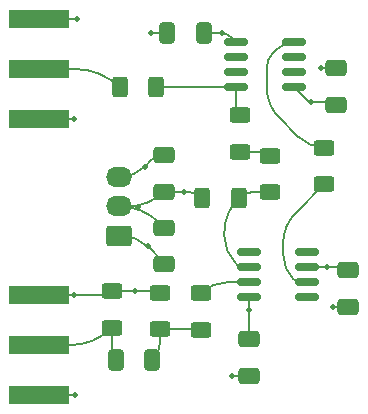
<source format=gtl>
%TF.GenerationSoftware,KiCad,Pcbnew,6.0.2-378541a8eb~116~ubuntu20.04.1*%
%TF.CreationDate,2022-03-10T11:15:54-06:00*%
%TF.ProjectId,lna_sma_10x,6c6e615f-736d-4615-9f31-30782e6b6963,1.0*%
%TF.SameCoordinates,Original*%
%TF.FileFunction,Copper,L1,Top*%
%TF.FilePolarity,Positive*%
%FSLAX46Y46*%
G04 Gerber Fmt 4.6, Leading zero omitted, Abs format (unit mm)*
G04 Created by KiCad (PCBNEW 6.0.2-378541a8eb~116~ubuntu20.04.1) date 2022-03-10 11:15:54*
%MOMM*%
%LPD*%
G01*
G04 APERTURE LIST*
G04 Aperture macros list*
%AMRoundRect*
0 Rectangle with rounded corners*
0 $1 Rounding radius*
0 $2 $3 $4 $5 $6 $7 $8 $9 X,Y pos of 4 corners*
0 Add a 4 corners polygon primitive as box body*
4,1,4,$2,$3,$4,$5,$6,$7,$8,$9,$2,$3,0*
0 Add four circle primitives for the rounded corners*
1,1,$1+$1,$2,$3*
1,1,$1+$1,$4,$5*
1,1,$1+$1,$6,$7*
1,1,$1+$1,$8,$9*
0 Add four rect primitives between the rounded corners*
20,1,$1+$1,$2,$3,$4,$5,0*
20,1,$1+$1,$4,$5,$6,$7,0*
20,1,$1+$1,$6,$7,$8,$9,0*
20,1,$1+$1,$8,$9,$2,$3,0*%
G04 Aperture macros list end*
%TA.AperFunction,SMDPad,CuDef*%
%ADD10RoundRect,0.150000X0.825000X0.150000X-0.825000X0.150000X-0.825000X-0.150000X0.825000X-0.150000X0*%
%TD*%
%TA.AperFunction,SMDPad,CuDef*%
%ADD11RoundRect,0.150000X-0.825000X-0.150000X0.825000X-0.150000X0.825000X0.150000X-0.825000X0.150000X0*%
%TD*%
%TA.AperFunction,SMDPad,CuDef*%
%ADD12RoundRect,0.250000X0.400000X0.625000X-0.400000X0.625000X-0.400000X-0.625000X0.400000X-0.625000X0*%
%TD*%
%TA.AperFunction,SMDPad,CuDef*%
%ADD13RoundRect,0.250000X0.625000X-0.400000X0.625000X0.400000X-0.625000X0.400000X-0.625000X-0.400000X0*%
%TD*%
%TA.AperFunction,SMDPad,CuDef*%
%ADD14RoundRect,0.250000X-0.400000X-0.625000X0.400000X-0.625000X0.400000X0.625000X-0.400000X0.625000X0*%
%TD*%
%TA.AperFunction,SMDPad,CuDef*%
%ADD15R,5.080000X1.500000*%
%TD*%
%TA.AperFunction,ComponentPad*%
%ADD16RoundRect,0.250000X0.850000X0.600000X-0.850000X0.600000X-0.850000X-0.600000X0.850000X-0.600000X0*%
%TD*%
%TA.AperFunction,ComponentPad*%
%ADD17O,2.200000X1.700000*%
%TD*%
%TA.AperFunction,SMDPad,CuDef*%
%ADD18RoundRect,0.250000X0.650000X-0.412500X0.650000X0.412500X-0.650000X0.412500X-0.650000X-0.412500X0*%
%TD*%
%TA.AperFunction,SMDPad,CuDef*%
%ADD19RoundRect,0.250000X-0.650000X0.412500X-0.650000X-0.412500X0.650000X-0.412500X0.650000X0.412500X0*%
%TD*%
%TA.AperFunction,SMDPad,CuDef*%
%ADD20RoundRect,0.250000X0.412500X0.650000X-0.412500X0.650000X-0.412500X-0.650000X0.412500X-0.650000X0*%
%TD*%
%TA.AperFunction,SMDPad,CuDef*%
%ADD21RoundRect,0.250000X-0.412500X-0.650000X0.412500X-0.650000X0.412500X0.650000X-0.412500X0.650000X0*%
%TD*%
%TA.AperFunction,ViaPad*%
%ADD22C,0.508000*%
%TD*%
%TA.AperFunction,Conductor*%
%ADD23C,0.203200*%
%TD*%
G04 APERTURE END LIST*
D10*
%TO.P,U2,1,V+*%
%TO.N,+5V*%
X124675000Y-59630000D03*
%TO.P,U2,2,NC*%
%TO.N,unconnected-(U2-Pad2)*%
X124675000Y-58360000D03*
%TO.P,U2,3,NC*%
%TO.N,unconnected-(U2-Pad3)*%
X124675000Y-57090000D03*
%TO.P,U2,4,IN*%
%TO.N,/buf_in*%
X124675000Y-55820000D03*
%TO.P,U2,5,V-*%
%TO.N,-5V*%
X119725000Y-55820000D03*
%TO.P,U2,6,VREF*%
%TO.N,unconnected-(U2-Pad6)*%
X119725000Y-57090000D03*
%TO.P,U2,7,NC*%
%TO.N,unconnected-(U2-Pad7)*%
X119725000Y-58360000D03*
%TO.P,U2,8*%
%TO.N,/buf_out*%
X119725000Y-59630000D03*
%TD*%
D11*
%TO.P,U1,1,NC*%
%TO.N,unconnected-(U1-Pad1)*%
X120825000Y-73620000D03*
%TO.P,U1,2,-in*%
%TO.N,/fb_in*%
X120825000Y-74890000D03*
%TO.P,U1,3,+in*%
%TO.N,/amp_in*%
X120825000Y-76160000D03*
%TO.P,U1,4,V-*%
%TO.N,-5V*%
X120825000Y-77430000D03*
%TO.P,U1,5,NC*%
%TO.N,unconnected-(U1-Pad5)*%
X125775000Y-77430000D03*
%TO.P,U1,6,Out*%
%TO.N,/amp_out*%
X125775000Y-76160000D03*
%TO.P,U1,7,V+*%
%TO.N,+5V*%
X125775000Y-74890000D03*
%TO.P,U1,8,NC*%
%TO.N,unconnected-(U1-Pad8)*%
X125775000Y-73620000D03*
%TD*%
D12*
%TO.P,R8,1*%
%TO.N,/buf_out*%
X112975000Y-59650000D03*
%TO.P,R8,2*%
%TO.N,/sig_out*%
X109875000Y-59650000D03*
%TD*%
D13*
%TO.P,R7,1*%
%TO.N,/R5toR7*%
X120100000Y-65100000D03*
%TO.P,R7,2*%
%TO.N,/buf_out*%
X120100000Y-62000000D03*
%TD*%
%TO.P,R6,1*%
%TO.N,/amp_out*%
X127225000Y-67850000D03*
%TO.P,R6,2*%
%TO.N,/buf_in*%
X127225000Y-64750000D03*
%TD*%
%TO.P,R5,1*%
%TO.N,/fb_in*%
X122600000Y-68525000D03*
%TO.P,R5,2*%
%TO.N,/R5toR7*%
X122600000Y-65425000D03*
%TD*%
D14*
%TO.P,R4,1*%
%TO.N,GND*%
X116875000Y-69000000D03*
%TO.P,R4,2*%
%TO.N,/fb_in*%
X119975000Y-69000000D03*
%TD*%
D13*
%TO.P,R3,1*%
%TO.N,/sig_in_ac*%
X116775000Y-80175000D03*
%TO.P,R3,2*%
%TO.N,/amp_in*%
X116775000Y-77075000D03*
%TD*%
%TO.P,R2,1*%
%TO.N,/sig_in_ac*%
X113325000Y-80125000D03*
%TO.P,R2,2*%
%TO.N,GND*%
X113325000Y-77025000D03*
%TD*%
%TO.P,R1,2*%
%TO.N,GND*%
X109200000Y-76925000D03*
%TO.P,R1,1*%
%TO.N,/sig_in*%
X109200000Y-80025000D03*
%TD*%
D15*
%TO.P,J3,1,In*%
%TO.N,/sig_out*%
X103037500Y-58100000D03*
%TO.P,J3,2,Ext*%
%TO.N,GND*%
X103037500Y-53850000D03*
X103037500Y-62350000D03*
%TD*%
D16*
%TO.P,J2,1,Pin_1*%
%TO.N,+5V*%
X109865000Y-72225000D03*
D17*
%TO.P,J2,2,Pin_2*%
%TO.N,GND*%
X109865000Y-69725000D03*
%TO.P,J2,3,Pin_3*%
%TO.N,-5V*%
X109865000Y-67225000D03*
%TD*%
D15*
%TO.P,J1,1,In*%
%TO.N,/sig_in*%
X103037488Y-81474996D03*
%TO.P,J1,2,Ext*%
%TO.N,GND*%
X103037488Y-77224996D03*
X103037488Y-85724996D03*
%TD*%
D18*
%TO.P,C7,2*%
%TO.N,+5V*%
X129250000Y-75137500D03*
%TO.P,C7,1*%
%TO.N,GND*%
X129250000Y-78262500D03*
%TD*%
D19*
%TO.P,C6,2*%
%TO.N,+5V*%
X128225000Y-61162500D03*
%TO.P,C6,1*%
%TO.N,GND*%
X128225000Y-58037500D03*
%TD*%
%TO.P,C5,1*%
%TO.N,GND*%
X113650000Y-71525000D03*
%TO.P,C5,2*%
%TO.N,+5V*%
X113650000Y-74650000D03*
%TD*%
%TO.P,C4,1*%
%TO.N,-5V*%
X120850000Y-80987500D03*
%TO.P,C4,2*%
%TO.N,GND*%
X120850000Y-84112500D03*
%TD*%
D20*
%TO.P,C3,1*%
%TO.N,-5V*%
X117037500Y-55075000D03*
%TO.P,C3,2*%
%TO.N,GND*%
X113912500Y-55075000D03*
%TD*%
D21*
%TO.P,C2,1*%
%TO.N,/sig_in*%
X109537500Y-82700000D03*
%TO.P,C2,2*%
%TO.N,/sig_in_ac*%
X112662500Y-82700000D03*
%TD*%
D19*
%TO.P,C1,2*%
%TO.N,GND*%
X113600000Y-68500000D03*
%TO.P,C1,1*%
%TO.N,-5V*%
X113600000Y-65375000D03*
%TD*%
D22*
%TO.N,GND*%
X115375000Y-68500000D03*
%TO.N,+5V*%
X112250000Y-73125000D03*
%TO.N,-5V*%
X112000000Y-66375000D03*
X120850000Y-78525000D03*
%TO.N,GND*%
X111425000Y-69825000D03*
X111225000Y-76925000D03*
X106075000Y-85725000D03*
X106000000Y-77225000D03*
X119400000Y-84075000D03*
X127950000Y-78250000D03*
%TO.N,+5V*%
X127475000Y-74900000D03*
%TO.N,GND*%
X126975000Y-58050000D03*
%TO.N,+5V*%
X126100000Y-60900000D03*
%TO.N,-5V*%
X118525000Y-55075000D03*
%TO.N,GND*%
X106000000Y-62350000D03*
X106275000Y-53850000D03*
X112500000Y-55075000D03*
%TD*%
D23*
%TO.N,GND*%
X115375000Y-68500000D02*
X115667894Y-68500000D01*
X113600000Y-68500000D02*
X115375000Y-68500000D01*
X116875000Y-69000000D02*
G75*
G03*
X115667894Y-68500000I-1207107J-1207108D01*
G01*
%TO.N,+5V*%
X112250000Y-73125000D02*
X113561611Y-74436611D01*
X113650000Y-74650000D02*
G75*
G03*
X113561611Y-74436611I-301783J-3D01*
G01*
X109865000Y-72225000D02*
X110077208Y-72225000D01*
X112250000Y-73125000D02*
G75*
G03*
X110077208Y-72225000I-2172796J-2172801D01*
G01*
%TO.N,-5V*%
X112000000Y-66375000D02*
X112575736Y-65799264D01*
X113600000Y-65375001D02*
G75*
G03*
X112575737Y-65799265I1J-1448530D01*
G01*
X112000000Y-66375000D02*
G75*
G02*
X109947919Y-67225000I-2052082J2052084D01*
G01*
X120850000Y-78525000D02*
X120850000Y-80987500D01*
X120849999Y-77490355D02*
G75*
G03*
X120825000Y-77430000I-85350J2D01*
G01*
X120850000Y-77490355D02*
X120850000Y-78525000D01*
%TO.N,GND*%
X109865000Y-69725000D02*
X111183579Y-69725000D01*
X111425000Y-69825000D02*
G75*
G03*
X111183579Y-69725000I-241421J-241419D01*
G01*
X111225000Y-76925000D02*
X113083579Y-76925000D01*
X109200000Y-76925000D02*
X111225000Y-76925000D01*
X113325000Y-77025000D02*
G75*
G03*
X113083579Y-76925000I-241421J-241419D01*
G01*
X106000000Y-77225000D02*
X108475736Y-77225000D01*
X109200000Y-76925000D02*
G75*
G02*
X108475736Y-77225000I-724266J724269D01*
G01*
X103037488Y-85724996D02*
X106074991Y-85724996D01*
X106075000Y-85725000D02*
G75*
G03*
X106074991Y-85724996I-9J-7D01*
G01*
X103037488Y-77224996D02*
X105999991Y-77224996D01*
X106000000Y-77225000D02*
G75*
G03*
X105999991Y-77224996I-9J-7D01*
G01*
X120759467Y-84075000D02*
G75*
G02*
X120850000Y-84112500I4J-128023D01*
G01*
X120759467Y-84075000D02*
X119400000Y-84075000D01*
X129250000Y-78262500D02*
X127980177Y-78262500D01*
X127950000Y-78250000D02*
G75*
G03*
X127980177Y-78262500I30178J30179D01*
G01*
%TO.N,+5V*%
X125775000Y-74890000D02*
X127450858Y-74890000D01*
X127475000Y-74900000D02*
G75*
G03*
X127450858Y-74890000I-24143J-24145D01*
G01*
X127475000Y-74900000D02*
X128676625Y-74900000D01*
X129250000Y-75137500D02*
G75*
G03*
X128676625Y-74900000I-573375J-573373D01*
G01*
%TO.N,GND*%
X128225000Y-58037500D02*
X127005177Y-58037500D01*
X126975000Y-58050000D02*
G75*
G02*
X127005177Y-58037500I30180J-30183D01*
G01*
%TO.N,+5V*%
X124675000Y-59630000D02*
X125835398Y-60790398D01*
X126100000Y-60900000D02*
G75*
G02*
X125835398Y-60790398I1J374205D01*
G01*
X126100000Y-60900000D02*
X127591269Y-60900000D01*
X128225000Y-61162500D02*
G75*
G03*
X127591269Y-60900000I-633735J-633740D01*
G01*
%TO.N,-5V*%
X117037500Y-55075000D02*
X118525000Y-55075000D01*
X119301733Y-55396734D02*
G75*
G03*
X118525000Y-55075000I-776733J-776731D01*
G01*
X119301733Y-55396734D02*
X119725000Y-55820000D01*
%TO.N,GND*%
X103037500Y-53850000D02*
X106275000Y-53850000D01*
X103037500Y-62350000D02*
X106000000Y-62350000D01*
X113912500Y-55075000D02*
X112500000Y-55075000D01*
X113253607Y-71128607D02*
G75*
G03*
X109865000Y-69725000I-3388609J-3388611D01*
G01*
X113253607Y-71128607D02*
X113650000Y-71525000D01*
X109865000Y-69725000D02*
X110642589Y-69725000D01*
X113600000Y-68500000D02*
G75*
G02*
X110642589Y-69725000I-2957411J2957410D01*
G01*
%TO.N,/fb_in*%
X118750001Y-71957411D02*
G75*
G02*
X119975001Y-69000001I4182405J2D01*
G01*
X118750000Y-71957411D02*
X118750000Y-72250000D01*
X119704594Y-74554594D02*
G75*
G02*
X118750000Y-72250000I2304597J2304595D01*
G01*
X119704594Y-74554594D02*
X119850000Y-74700000D01*
%TO.N,/amp_out*%
X123725001Y-72850000D02*
G75*
G02*
X124785661Y-70289341I3621325J-2D01*
G01*
X124600000Y-75900000D02*
G75*
G02*
X123725000Y-73787564I2112435J2112436D01*
G01*
X125227695Y-76160000D02*
X125775000Y-76160000D01*
X125227695Y-76159999D02*
G75*
G02*
X124600001Y-75899999I1J887696D01*
G01*
X127225000Y-67850000D02*
X124785660Y-70289340D01*
X123725000Y-72850000D02*
X123725000Y-73787564D01*
%TO.N,/buf_in*%
X125005761Y-63830761D02*
G75*
G03*
X127225000Y-64750000I2219236J2219231D01*
G01*
X122350001Y-59725432D02*
G75*
G03*
X123375001Y-62199999I3499566J0D01*
G01*
X122825000Y-56800000D02*
X123189817Y-56435183D01*
X122825000Y-56800000D02*
G75*
G03*
X122350000Y-57946751I1146746J-1146749D01*
G01*
X124675000Y-55820001D02*
G75*
G03*
X123189818Y-56435184I-1J-2100363D01*
G01*
X125005761Y-63830761D02*
X123375000Y-62200000D01*
X122350000Y-59725432D02*
X122350000Y-57946751D01*
%TO.N,/amp_in*%
X118984005Y-76160001D02*
G75*
G03*
X116775001Y-77075001I1J-3124006D01*
G01*
X118984005Y-76160000D02*
X120825000Y-76160000D01*
%TO.N,/sig_in_ac*%
X113325000Y-80125000D02*
X116654290Y-80125000D01*
X116775000Y-80175000D02*
G75*
G03*
X116654290Y-80125000I-120714J-120718D01*
G01*
X113325000Y-81100584D02*
G75*
G02*
X112662500Y-82700000I-2261912J-1D01*
G01*
X113325000Y-81100584D02*
X113325000Y-80125000D01*
%TO.N,/sig_in*%
X109200000Y-80025000D02*
X109200000Y-81885203D01*
X109537500Y-82700000D02*
G75*
G02*
X109200000Y-81885203I814804J814800D01*
G01*
X103037488Y-81474996D02*
X105699400Y-81474996D01*
X109200000Y-80025000D02*
G75*
G02*
X105699400Y-81474996I-3500602J3500604D01*
G01*
%TO.N,/fb_in*%
X122600000Y-68525000D02*
X121121751Y-68525000D01*
X119975000Y-69000000D02*
G75*
G02*
X121121751Y-68525000I1146749J-1146746D01*
G01*
%TO.N,/R5toR7*%
X120100000Y-65100000D02*
X121815381Y-65100000D01*
X122600000Y-65425000D02*
G75*
G03*
X121815381Y-65100000I-784622J-784625D01*
G01*
%TO.N,/buf_out*%
X119725000Y-59630000D02*
X119725000Y-61094670D01*
X120100000Y-62000000D02*
G75*
G02*
X119725000Y-61094670I905338J905333D01*
G01*
X112975000Y-59650000D02*
X119676716Y-59650000D01*
X119725000Y-59630000D02*
G75*
G02*
X119676716Y-59650000I-48285J48286D01*
G01*
%TO.N,/sig_out*%
X103037500Y-58100000D02*
X106132969Y-58100000D01*
X109875000Y-59650000D02*
G75*
G03*
X106132969Y-58100000I-3742033J-3742035D01*
G01*
%TD*%
M02*

</source>
